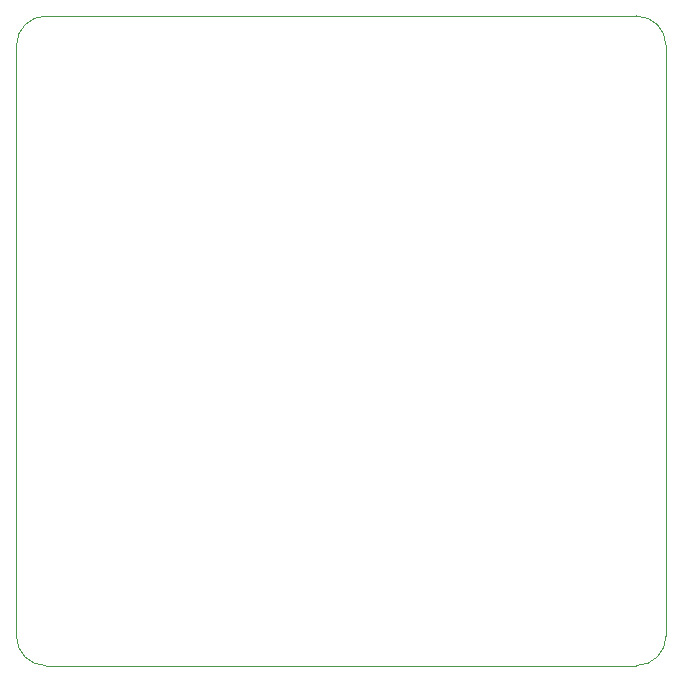
<source format=gbr>
G04*
G04 #@! TF.GenerationSoftware,Altium Limited,Altium Designer,24.9.1 (31)*
G04*
G04 Layer_Color=0*
%FSLAX25Y25*%
%MOIN*%
G70*
G04*
G04 #@! TF.SameCoordinates,AE1E5416-9686-4E21-8CD7-455353439681*
G04*
G04*
G04 #@! TF.FilePolarity,Positive*
G04*
G01*
G75*
%ADD76C,0.00100*%
D76*
X0Y9843D02*
Y206693D01*
D02*
G02*
X9843Y216535I9842J0D01*
G01*
X206693D01*
D02*
G02*
X216535Y206693I0J-9843D01*
G01*
Y9843D01*
D02*
G02*
X206693Y0I-9843J-0D01*
G01*
X9843D01*
D02*
G02*
X0Y9843I-0J9843D01*
G01*
M02*

</source>
